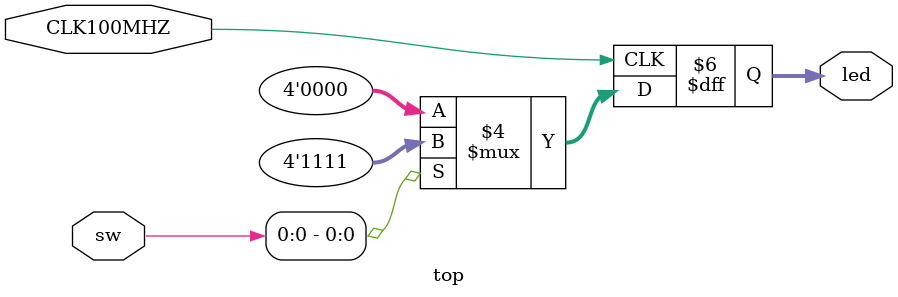
<source format=v>
`timescale 1ns / 1ps



module top(
    input CLK100MHZ,
    output reg [3:0] led,
    input [3:0] sw
    );

   always @ (posedge CLK100MHZ)
     begin
        if(sw[0] == 4'b0000)
          begin
             led <= 4'b0000;
          end
        else
          begin
             led <= 4'b1111;
          end
     end

endmodule

</source>
